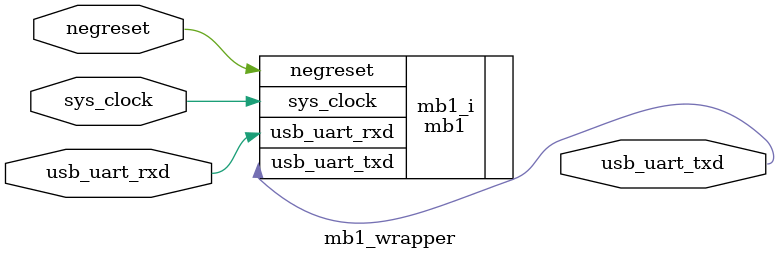
<source format=v>
`timescale 1 ps / 1 ps

module mb1_wrapper
   (negreset,
    sys_clock,
    usb_uart_rxd,
    usb_uart_txd);
  input negreset;
  input sys_clock;
  input usb_uart_rxd;
  output usb_uart_txd;

  wire negreset;
  wire sys_clock;
  wire usb_uart_rxd;
  wire usb_uart_txd;

  mb1 mb1_i
       (.negreset(negreset),
        .sys_clock(sys_clock),
        .usb_uart_rxd(usb_uart_rxd),
        .usb_uart_txd(usb_uart_txd));
endmodule

</source>
